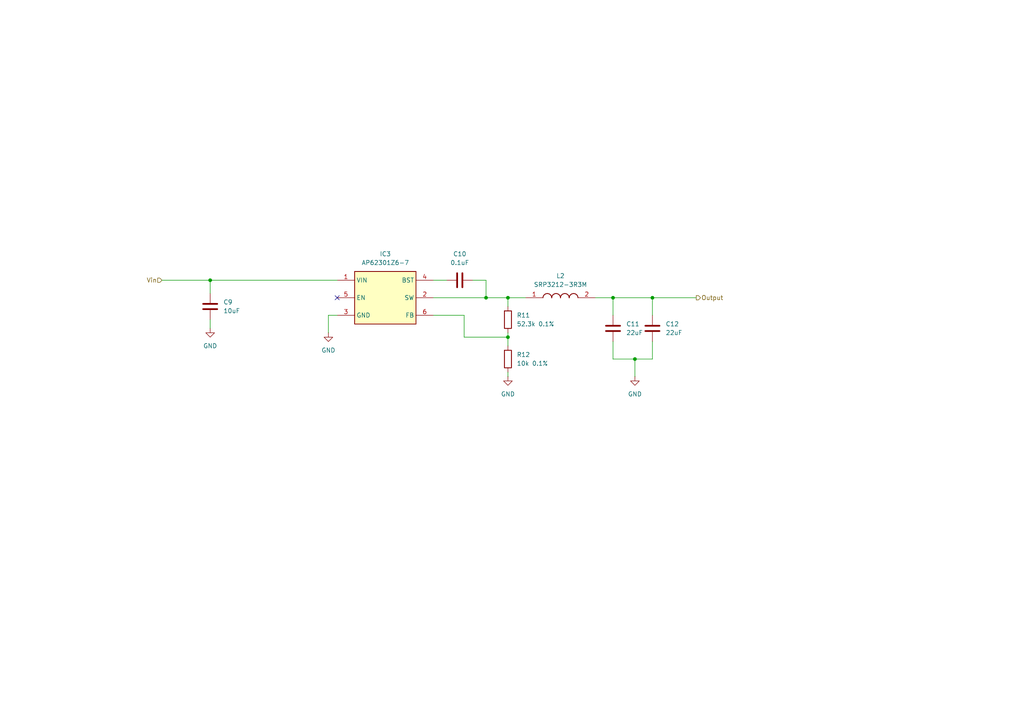
<source format=kicad_sch>
(kicad_sch (version 20250114) (generator "eeschema") (generator_version "9.0")
  (paper "A4")
  (lib_symbols
    (symbol "BassingaLib_Inductors:SRP3212-3R3M" (pin_names (hide yes))
      (property "Reference" "L" (at 1.27 7.62 0))
      (property "Value" "SRP3212-3R3M" (at 1.27 5.08 0))
      (symbol "SRP3212-3R3M_1_1"
        (arc (start 5.08 0) (mid 6.35 1.219) (end 7.62 0) (stroke (width 0.254)))
        (arc (start 7.62 0) (mid 8.89 1.219) (end 10.16 0) (stroke (width 0.254)))
        (arc (start 10.16 0) (mid 11.43 1.219) (end 12.7 0) (stroke (width 0.254)))
        (arc (start 12.7 0) (mid 13.97 1.219) (end 15.24 0) (stroke (width 0.254)))
        (pin passive line (at 0 0 0) (length 5.08) (name "1") (number "1"))
        (pin passive line (at 20.32 0 180) (length 5.08) (name "2") (number "2"))
      )
    )
    (symbol "BassingaLib_SMPS:AP62301Z6-7"
      (property "Reference" "IC" (at 11.938 10.414 0))
      (property "Value" "AP62301Z6-7" (at 6.35 7.874 0))
      (symbol "AP62301Z6-7_1_1"
        (rectangle (start 5.08 2.54) (end 22.86 -12.7) (stroke (width 0.254)) (fill (type background)))
        (pin passive line (at 0 0 0) (length 5.08) (name "VIN") (number "1"))
        (pin passive line (at 0 -5.08 0) (length 5.08) (name "EN") (number "5"))
        (pin passive line (at 0 -10.16 0) (length 5.08) (name "GND") (number "3"))
        (pin passive line (at 27.94 0 180) (length 5.08) (name "BST") (number "4"))
        (pin passive line (at 27.94 -5.08 180) (length 5.08) (name "SW") (number "2"))
        (pin passive line (at 27.94 -10.16 180) (length 5.08) (name "FB") (number "6"))
      )
    )
    (symbol "Device:C" (pin_numbers (hide yes)) (pin_names (offset 0.254))
      (property "Reference" "C" (at 0.635 2.54 0))
      (property "Value" "C" (at 0.635 -2.54 0))
      (symbol "C_0_1"
        (polyline (pts (xy -2.032 0.762) (xy 2.032 0.762)) (stroke (width 0.508)))
        (polyline (pts (xy -2.032 -0.762) (xy 2.032 -0.762)) (stroke (width 0.508)))
      )
      (symbol "C_1_1"
        (pin passive line (at 0 3.81 270) (length 2.794) (name "~") (number "1"))
        (pin passive line (at 0 -3.81 90) (length 2.794) (name "~") (number "2"))
      )
    )
    (symbol "Device:R" (pin_numbers (hide yes)) (pin_names (offset 0))
      (property "Reference" "R" (at 2.032 0 90))
      (property "Value" "R" (at 0 0 90))
      (symbol "R_0_1"
        (rectangle (start -1.016 -2.54) (end 1.016 2.54) (stroke (width 0.254)))
      )
      (symbol "R_1_1"
        (pin passive line (at 0 3.81 270) (length 1.27) (name "~") (number "1"))
        (pin passive line (at 0 -3.81 90) (length 1.27) (name "~") (number "2"))
      )
    )
    (symbol "power:GND" (power) (pin_numbers (hide yes)) (pin_names (offset 0) (hide yes))
      (property "Value" "GND" (at 0 -3.81 0))
      (symbol "GND_0_1"
        (polyline (pts (xy 0 0) (xy 0 -1.27) (xy 1.27 -1.27) (xy 0 -2.54) (xy -1.27 -1.27) (xy 0 -1.27)))
      )
      (symbol "GND_1_1"
        (pin power_in line (at 0 0 270) (length 0) (name "~") (number "1"))
      )
    )
  )
  (junction (at 184.15 104.14))
  (junction (at 147.32 97.79))
  (junction (at 177.8 86.36))
  (junction (at 60.96 81.28))
  (junction (at 147.32 86.36))
  (junction (at 140.97 86.36))
  (junction (at 189.23 86.36))
  (no_connect (at 97.79 86.36))
  (wire (pts (xy 140.97 86.36) (xy 147.32 86.36)))
  (wire (pts (xy 125.73 86.36) (xy 140.97 86.36)))
  (wire (pts (xy 189.23 104.14) (xy 184.15 104.14)))
  (wire (pts (xy 60.96 92.71) (xy 60.96 95.25)))
  (wire (pts (xy 125.73 81.28) (xy 129.54 81.28)))
  (wire (pts (xy 137.16 81.28) (xy 140.97 81.28)))
  (wire (pts (xy 134.62 91.44) (xy 134.62 97.79)))
  (wire (pts (xy 147.32 86.36) (xy 147.32 88.9)))
  (wire (pts (xy 60.96 81.28) (xy 60.96 85.09)))
  (wire (pts (xy 184.15 104.14) (xy 177.8 104.14)))
  (wire (pts (xy 189.23 99.06) (xy 189.23 104.14)))
  (wire (pts (xy 46.99 81.28) (xy 60.96 81.28)))
  (wire (pts (xy 140.97 81.28) (xy 140.97 86.36)))
  (wire (pts (xy 189.23 86.36) (xy 201.93 86.36)))
  (wire (pts (xy 60.96 81.28) (xy 97.79 81.28)))
  (wire (pts (xy 177.8 104.14) (xy 177.8 99.06)))
  (wire (pts (xy 184.15 109.22) (xy 184.15 104.14)))
  (wire (pts (xy 147.32 107.95) (xy 147.32 109.22)))
  (wire (pts (xy 125.73 91.44) (xy 134.62 91.44)))
  (wire (pts (xy 172.72 86.36) (xy 177.8 86.36)))
  (wire (pts (xy 177.8 86.36) (xy 177.8 91.44)))
  (wire (pts (xy 147.32 97.79) (xy 147.32 100.33)))
  (wire (pts (xy 95.25 96.52) (xy 95.25 91.44)))
  (wire (pts (xy 147.32 96.52) (xy 147.32 97.79)))
  (wire (pts (xy 177.8 86.36) (xy 189.23 86.36)))
  (wire (pts (xy 147.32 86.36) (xy 152.4 86.36)))
  (wire (pts (xy 189.23 86.36) (xy 189.23 91.44)))
  (wire (pts (xy 134.62 97.79) (xy 147.32 97.79)))
  (wire (pts (xy 95.25 91.44) (xy 97.79 91.44)))
  (hierarchical_label "Output" (shape output) (at 201.93 86.36 0))
  (hierarchical_label "Vin" (shape input) (at 46.99 81.28 180))
  (symbol (lib_id "power:GND") (at 184.15 109.22 0) (unit 1)
    (property "Reference" "#PWR022" (effects (hide yes)))
    (property "Value" "GND" (at 184.15 114.3 0))
    (property "Description" "Power symbol creates a global label with name \"GND\" , ground" (effects (hide yes)))
    (instances (project "PI_PowerSupply_Board" (path "" (reference "#PWR026") (unit 1)) (path "" (reference "#PWR022") (unit 1))))
  )
  (symbol (lib_id "power:GND") (at 147.32 109.22 0) (unit 1)
    (property "Reference" "#PWR021" (effects (hide yes)))
    (property "Value" "GND" (at 147.32 114.3 0))
    (property "Description" "Power symbol creates a global label with name \"GND\" , ground" (effects (hide yes)))
    (instances (project "PI_PowerSupply_Board" (path "" (reference "#PWR025") (unit 1)) (path "" (reference "#PWR021") (unit 1))))
  )
  (symbol (lib_id "Device:C") (at 60.96 88.9 0) (unit 1)
    (property "Reference" "C5" (at 64.77 87.6299 0) (effects (justify left)))
    (property "Value" "10uF" (at 64.77 90.1699 0) (effects (justify left)))
    (property "Footprint" "Capacitor_SMD:C_1210_3225Metric" (effects (hide yes)))
    (property "Datasheet" "https://www.samsungsem.com/resources/file/global/support/product_catalog/MLCC.pdf" (effects (hide yes)))
    (property "Description" "Multilayer Ceramic Capacitors MLCC - SMD/SMT 10uF+/-10% 63V X7R 3 1210" (effects (hide yes)))
    (property "Manufacturer_Name" "Samsung Electro-Mechanics" (effects (hide yes)))
    (property "Manufacturer_Part_Number" "CL32B106KMVNNWE" (effects (hide yes)))
    (property "Packaging" "1210 (3225 mm)" (effects (hide yes)))
    (instances (project "PI_PowerSupply_Board" (path "" (reference "C9") (unit 1)) (path "" (reference "C5") (unit 1))))
  )
  (symbol (lib_id "Device:C") (at 177.8 95.25 0) (unit 1)
    (property "Reference" "C7" (at 181.61 93.9799 0) (effects (justify left)))
    (property "Value" "22uF" (at 181.61 96.5199 0) (effects (justify left)))
    (property "Footprint" "Capacitor_SMD:C_1210_3225Metric" (effects (hide yes)))
    (property "Datasheet" "https://www.samsungsem.com/resources/file/global/support/product_catalog/MLCC.pdf" (effects (hide yes)))
    (property "Description" "Multilayer Ceramic Capacitors MLCC - SMD/SMT 22uF+/-10% 25V X7R 3 1210" (effects (hide yes)))
    (property "Manufacturer_Name" "Samsung Electro-Mechanics" (effects (hide yes)))
    (property "Manufacturer_Part_Number" "CL32B226KAJNNNE" (effects (hide yes)))
    (property "Packaging" "1210 (3225 mm)" (effects (hide yes)))
    (instances (project "PI_PowerSupply_Board" (path "" (reference "C11") (unit 1)) (path "" (reference "C7") (unit 1))))
  )
  (symbol (lib_id "Device:R") (at 147.32 92.71 0) (unit 1)
    (property "Reference" "R9" (at 149.86 91.4399 0) (effects (justify left)))
    (property "Value" "52.3k 0.1%" (at 149.86 93.9799 0) (effects (justify left)))
    (property "Footprint" "Resistor_SMD:R_0603_1608Metric" (effects (hide yes)))
    (property "Datasheet" "https://www.mouser.fr/datasheet/3/508/1/PYu-RT_1-to-0.01_RoHS_L_15.pdf" (effects (hide yes)))
    (property "Description" "Thin Film Resistors - SMD 1/10W 52.3K ohm .1% 25ppm" (effects (hide yes)))
    (property "Manufacturer_Name" "YAGEO" (effects (hide yes)))
    (property "Manufacturer_Part_Number" "RT0603BRD0752K3L" (effects (hide yes)))
    (property "Packaging" "0603 (1608 mm)" (effects (hide yes)))
    (instances (project "PI_PowerSupply_Board" (path "" (reference "R11") (unit 1)) (path "" (reference "R9") (unit 1))))
  )
  (symbol (lib_id "BassingaLib_SMPS:AP62301Z6-7") (at 97.79 81.28 0) (unit 1)
    (property "Reference" "IC2" (at 111.76 73.66 0))
    (property "Value" "AP62301Z6-7" (at 111.76 76.2 0))
    (property "Footprint" "BassingaLib_SMPS:SOTFL50P160X60-6N" (effects (hide yes)))
    (property "Datasheet" "https://www.diodes.com/assets/Datasheets/AP62300_AP62301_AP62300T.pdf" (effects (hide yes)))
    (property "Description" "Buck Switching Regulator IC Positive Adjustable 0.8V 1 Output 3A SOT-563, SOT-666" (effects (hide yes)))
    (property "Height" "0.6" (effects (hide yes)))
    (property "Mouser Part Number" "621-AP62301Z6-7" (effects (hide yes)))
    (property "Mouser Price/Stock" "https://www.mouser.co.uk/ProductDetail/Diodes-Incorporated/AP62301Z6-7?qs=7MVldsJ5UawPLFx7TLBzhA%3D%3D" (effects (hide yes)))
    (property "Manufacturer_Name" "Diodes Incorporated" (effects (hide yes)))
    (property "Manufacturer_Part_Number" "AP62301Z6-7" (effects (hide yes)))
    (instances (project "PI_PowerSupply_Board" (path "" (reference "IC3") (unit 1)) (path "" (reference "IC2") (unit 1))))
  )
  (symbol (lib_id "Device:C") (at 133.35 81.28 90) (unit 1)
    (property "Reference" "C6" (at 133.35 73.66 90))
    (property "Value" "0.1uF" (at 133.35 76.2 90))
    (property "Footprint" "Capacitor_SMD:C_0603_1608Metric" (effects (hide yes)))
    (property "Datasheet" "https://www.samsungsem.com/resources/file/global/support/product_catalog/MLCC.pdf" (effects (hide yes)))
    (property "Description" "Multilayer Ceramic Capacitors MLCC - SMD/SMT 100nF+/-10% 50V X7R 0603" (effects (hide yes)))
    (property "Manufacturer_Name" "Samsung Electro-Mechanics" (effects (hide yes)))
    (property "Manufacturer_Part_Number" "CL10B104KB8NNNC" (effects (hide yes)))
    (property "Packaging" "0603 (1608mm)" (effects (hide yes)))
    (instances (project "PI_PowerSupply_Board" (path "" (reference "C10") (unit 1)) (path "" (reference "C6") (unit 1))))
  )
  (symbol (lib_id "Device:R") (at 147.32 104.14 0) (unit 1)
    (property "Reference" "R10" (at 149.86 102.8699 0) (effects (justify left)))
    (property "Value" "10k 0.1%" (at 149.86 105.4099 0) (effects (justify left)))
    (property "Footprint" "Resistor_SMD:R_0603_1608Metric" (effects (hide yes)))
    (property "Datasheet" "https://www.mouser.fr/datasheet/3/508/1/PYu-RT_1-to-0.01_RoHS_L_15.pdf" (effects (hide yes)))
    (property "Description" "Thin Film Resistors - SMD 10K Ohm 0.1% 1/10W 75 Volts 50ppm" (effects (hide yes)))
    (property "Manufacturer_Name" "YAGEO" (effects (hide yes)))
    (property "Manufacturer_Part_Number" "RT0603BRE0710KL" (effects (hide yes)))
    (property "Packaging" "0603 (1608 mm)" (effects (hide yes)))
    (instances (project "PI_PowerSupply_Board" (path "" (reference "R12") (unit 1)) (path "" (reference "R10") (unit 1))))
  )
  (symbol (lib_id "power:GND") (at 95.25 96.52 0) (unit 1)
    (property "Reference" "#PWR020" (effects (hide yes)))
    (property "Value" "GND" (at 95.25 101.6 0))
    (property "Description" "Power symbol creates a global label with name \"GND\" , ground" (effects (hide yes)))
    (instances (project "PI_PowerSupply_Board" (path "" (reference "#PWR024") (unit 1)) (path "" (reference "#PWR020") (unit 1))))
  )
  (symbol (lib_id "Device:C") (at 189.23 95.25 0) (unit 1)
    (property "Reference" "C8" (at 193.04 93.9799 0) (effects (justify left)))
    (property "Value" "22uF" (at 193.04 96.5199 0) (effects (justify left)))
    (property "Footprint" "Capacitor_SMD:C_1210_3225Metric" (effects (hide yes)))
    (property "Datasheet" "https://www.samsungsem.com/resources/file/global/support/product_catalog/MLCC.pdf" (effects (hide yes)))
    (property "Description" "Multilayer Ceramic Capacitors MLCC - SMD/SMT 22uF+/-10% 25V X7R 3 1210" (effects (hide yes)))
    (property "Manufacturer_Name" "Samsung Electro-Mechanics" (effects (hide yes)))
    (property "Manufacturer_Part_Number" "CL32B226KAJNNNE" (effects (hide yes)))
    (property "Packaging" "1210 (3225 mm)" (effects (hide yes)))
    (instances (project "PI_PowerSupply_Board" (path "" (reference "C12") (unit 1)) (path "" (reference "C8") (unit 1))))
  )
  (symbol (lib_id "BassingaLib_Inductors:SRP3212-3R3M") (at 152.4 86.36 0) (unit 1)
    (property "Reference" "L1" (at 162.56 80.01 0))
    (property "Value" "SRP3212-3R3M" (at 162.56 82.55 0))
    (property "Footprint" "BassingaLib_Inductors:INDC2520X100N" (effects (hide yes)))
    (property "Datasheet" "http://www.bourns.com/docs/Product-Datasheets/SRP3212.pdf" (effects (hide yes)))
    (property "Description" "Ind,3.2x2.5x1mm,3.3uH?20%,3.1A,shd" (effects (hide yes)))
    (property "Height" "1" (effects (hide yes)))
    (property "Mouser Part Number" "652-SRP3212-3R3M" (effects (hide yes)))
    (property "Mouser Price/Stock" "https://www.mouser.co.uk/ProductDetail/Bourns/SRP3212-3R3M?qs=t7xnP681wgXHWCHfqiwpcA%3D%3D" (effects (hide yes)))
    (property "Manufacturer_Name" "Bourns" (effects (hide yes)))
    (property "Manufacturer_Part_Number" "SRP3212-3R3M" (effects (hide yes)))
    (instances (project "" (path "" (reference "L2") (unit 1)) (path "" (reference "L1") (unit 1))))
  )
  (symbol (lib_id "power:GND") (at 60.96 95.25 0) (unit 1)
    (property "Reference" "#PWR019" (effects (hide yes)))
    (property "Value" "GND" (at 60.96 100.33 0))
    (property "Description" "Power symbol creates a global label with name \"GND\" , ground" (effects (hide yes)))
    (instances (project "PI_PowerSupply_Board" (path "" (reference "#PWR023") (unit 1)) (path "" (reference "#PWR019") (unit 1))))
  )
)
</source>
